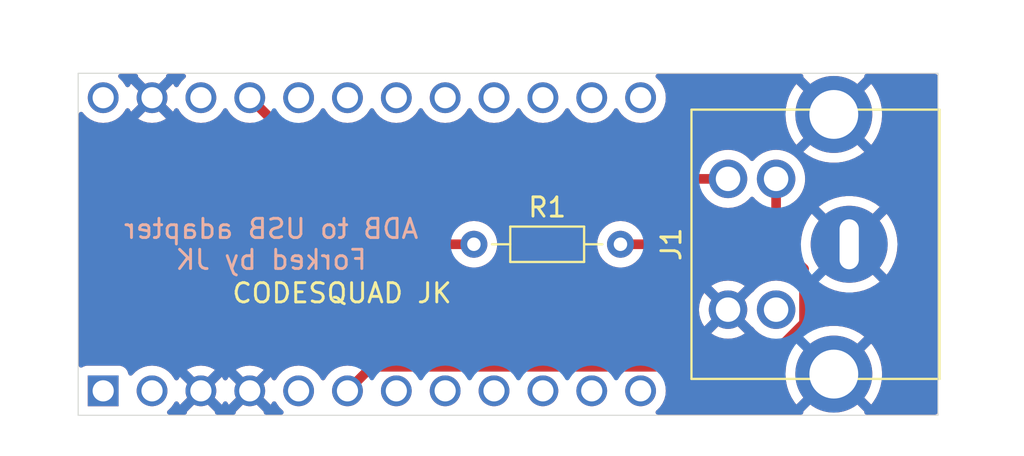
<source format=kicad_pcb>
(kicad_pcb (version 20240108) (generator "pcbnew") (generator_version "8.0")
  (layers (0 "F.Cu" signal) (31 "B.Cu" signal) (34 "B.Paste" user) (35 "F.Paste" user) (36 "B.SilkS" user "B.Silkscreen") (37 "F.SilkS" user "F.Silkscreen") (38 "B.Mask" user) (39 "F.Mask" user) (44 "Edge.Cuts" user))
  (net 0 "")
  (net 1 "GND")
  (net 2 "VCC")
  (net 3 "Net-(J1-Pad4)")
  (net 4 "/ADB")
  (net 5 "Net-(U1-Pad24)")
  (net 6 "Net-(U1-Pad22)")
  (net 7 "Net-(U1-Pad20)")
  (net 8 "Net-(U1-Pad19)")
  (net 9 "Net-(U1-Pad18)")
  (net 10 "Net-(U1-Pad17)")
  (net 11 "Net-(U1-Pad16)")
  (net 12 "Net-(U1-Pad15)")
  (net 13 "Net-(U1-Pad14)")
  (net 14 "Net-(U1-Pad13)")
  (net 15 "Net-(U1-Pad12)")
  (net 16 "Net-(U1-Pad11)")
  (net 17 "Net-(U1-Pad10)")
  (net 18 "Net-(U1-Pad9)")
  (net 19 "Net-(U1-Pad8)")
  (net 20 "Net-(U1-Pad7)")
  (net 21 "Net-(U1-Pad5)")
  (net 22 "Net-(U1-Pad2)")
  (net 23 "Net-(U1-Pad1)")
  (footprint "kicad-footprints-perso:adb_connector" (layer "F.Cu") (at 144 0 -90)
    (property "Reference" "J1" (at 0 7.5 90) (layer "F.SilkS"))
    (property "Value" "Conn_01x05_Female")
    (fp_line (start -7 6.45) (end -7 -6.45) (stroke (width 0.12)) (layer "F.SilkS"))
    (fp_line (start 7 6.45) (end -7 6.45) (stroke (width 0.12)) (layer "F.SilkS"))
    (fp_line (start -7 -6.45) (end 7 -6.45) (stroke (width 0.12)) (layer "F.SilkS"))
    (fp_line (start 7 -6.45) (end 7 6.45) (stroke (width 0.12)) (layer "F.SilkS"))
    (pad "1" thru_hole circle (at -6.75 -0.95 270) (size 4 4) (drill 2.54) (layers "*.Cu" "*.Mask") (net 1 "GND"))
    (pad "1" thru_hole circle (at 0 -1.75 270) (size 4 4) (drill oval 2.6 1) (layers "*.Cu" "*.Mask") (net 1 "GND"))
    (pad "1" thru_hole circle (at 6.75 -0.95 270) (size 4 4) (drill 2.54) (layers "*.Cu" "*.Mask") (net 1 "GND"))
    (pad "2" thru_hole circle (at -3.4 2.05 270) (size 2 2) (drill 1.27) (layers "*.Cu" "*.Mask") (net 4 "/ADB"))
    (pad "3" thru_hole circle (at -3.4 4.55 270) (size 2 2) (drill 1.27) (layers "*.Cu" "*.Mask") (net 2 "VCC"))
    (pad "4" thru_hole circle (at 3.4 2.05 270) (size 2 2) (drill 1.27) (layers "*.Cu" "*.Mask") (net 3 "Net-(J1-Pad4)"))
    (pad "5" thru_hole circle (at 3.4 4.55 270) (size 2 2) (drill 1.27) (layers "*.Cu" "*.Mask") (net 1 "GND"))
  )
  (footprint "Resistor_THT:R_Axial_DIN0204_L3.6mm_D1.6mm_P7.62mm_Horizontal" (layer "F.Cu") (at 126.238 0)
    (property "Reference" "R1" (at 3.81 -1.92 0) (layer "F.SilkS"))
    (property "Value" "R")
    (fp_line (start 0.94 0) (end 1.89 0) (stroke (width 0.12)) (layer "F.SilkS"))
    (fp_line (start 1.89 -0.92) (end 1.89 0.92) (stroke (width 0.12)) (layer "F.SilkS"))
    (fp_line (start 1.89 0.92) (end 5.73 0.92) (stroke (width 0.12)) (layer "F.SilkS"))
    (fp_line (start 5.73 -0.92) (end 1.89 -0.92) (stroke (width 0.12)) (layer "F.SilkS"))
    (fp_line (start 5.73 0.92) (end 5.73 -0.92) (stroke (width 0.12)) (layer "F.SilkS"))
    (fp_line (start 6.68 0) (end 5.73 0) (stroke (width 0.12)) (layer "F.SilkS"))
    (pad "1" thru_hole circle (at 0 0) (size 1.4 1.4) (drill 0.7) (layers "*.Cu" "*.Mask") (net 2 "VCC"))
    (pad "2" thru_hole oval (at 7.62 0) (size 1.4 1.4) (drill 0.7) (layers "*.Cu" "*.Mask") (net 4 "/ADB"))
  )
  (footprint "promicro:ProMicro-NoSilk" (layer "F.Cu") (at 120.935001 0)
    (property "Reference" "U1" (hide yes))
    (property "Value" "ProMicro")
    (pad "1" thru_hole rect (at -13.97 7.62) (size 1.6 1.6) (drill 1.1) (layers "*.Cu" "*.Mask") (net 23 "Net-(U1-Pad1)"))
    (pad "2" thru_hole circle (at -11.43 7.62) (size 1.6 1.6) (drill 1.1) (layers "*.Cu" "*.Mask") (net 22 "Net-(U1-Pad2)"))
    (pad "3" thru_hole circle (at -8.89 7.62) (size 1.6 1.6) (drill 1.1) (layers "*.Cu" "*.Mask") (net 1 "GND"))
    (pad "4" thru_hole circle (at -6.35 7.62) (size 1.6 1.6) (drill 1.1) (layers "*.Cu" "*.Mask") (net 1 "GND"))
    (pad "5" thru_hole circle (at -3.81 7.62) (size 1.6 1.6) (drill 1.1) (layers "*.Cu" "*.Mask") (net 21 "Net-(U1-Pad5)"))
    (pad "6" thru_hole circle (at -1.27 7.62) (size 1.6 1.6) (drill 1.1) (layers "*.Cu" "*.Mask") (net 4 "/ADB"))
    (pad "7" thru_hole circle (at 1.27 7.62) (size 1.6 1.6) (drill 1.1) (layers "*.Cu" "*.Mask") (net 20 "Net-(U1-Pad7)"))
    (pad "8" thru_hole circle (at 3.81 7.62) (size 1.6 1.6) (drill 1.1) (layers "*.Cu" "*.Mask") (net 19 "Net-(U1-Pad8)"))
    (pad "9" thru_hole circle (at 6.35 7.62) (size 1.6 1.6) (drill 1.1) (layers "*.Cu" "*.Mask") (net 18 "Net-(U1-Pad9)"))
    (pad "10" thru_hole circle (at 8.89 7.62) (size 1.6 1.6) (drill 1.1) (layers "*.Cu" "*.Mask") (net 17 "Net-(U1-Pad10)"))
    (pad "11" thru_hole circle (at 11.43 7.62) (size 1.6 1.6) (drill 1.1) (layers "*.Cu" "*.Mask") (net 16 "Net-(U1-Pad11)"))
    (pad "12" thru_hole circle (at 13.97 7.62) (size 1.6 1.6) (drill 1.1) (layers "*.Cu" "*.Mask") (net 15 "Net-(U1-Pad12)"))
    (pad "13" thru_hole circle (at 13.97 -7.62) (size 1.6 1.6) (drill 1.1) (layers "*.Cu" "*.Mask") (net 14 "Net-(U1-Pad13)"))
    (pad "14" thru_hole circle (at 11.43 -7.62) (size 1.6 1.6) (drill 1.1) (layers "*.Cu" "*.Mask") (net 13 "Net-(U1-Pad14)"))
    (pad "15" thru_hole circle (at 8.89 -7.62) (size 1.6 1.6) (drill 1.1) (layers "*.Cu" "*.Mask") (net 12 "Net-(U1-Pad15)"))
    (pad "16" thru_hole circle (at 6.35 -7.62) (size 1.6 1.6) (drill 1.1) (layers "*.Cu" "*.Mask") (net 11 "Net-(U1-Pad16)"))
    (pad "17" thru_hole circle (at 3.81 -7.62) (size 1.6 1.6) (drill 1.1) (layers "*.Cu" "*.Mask") (net 10 "Net-(U1-Pad17)"))
    (pad "18" thru_hole circle (at 1.27 -7.62) (size 1.6 1.6) (drill 1.1) (layers "*.Cu" "*.Mask") (net 9 "Net-(U1-Pad18)"))
    (pad "19" thru_hole circle (at -1.27 -7.62) (size 1.6 1.6) (drill 1.1) (layers "*.Cu" "*.Mask") (net 8 "Net-(U1-Pad19)"))
    (pad "20" thru_hole circle (at -3.81 -7.62) (size 1.6 1.6) (drill 1.1) (layers "*.Cu" "*.Mask") (net 7 "Net-(U1-Pad20)"))
    (pad "21" thru_hole circle (at -6.35 -7.62) (size 1.6 1.6) (drill 1.1) (layers "*.Cu" "*.Mask") (net 2 "VCC"))
    (pad "22" thru_hole circle (at -8.89 -7.62) (size 1.6 1.6) (drill 1.1) (layers "*.Cu" "*.Mask") (net 6 "Net-(U1-Pad22)"))
    (pad "23" thru_hole circle (at -11.43 -7.62) (size 1.6 1.6) (drill 1.1) (layers "*.Cu" "*.Mask") (net 1 "GND"))
    (pad "24" thru_hole circle (at -13.97 -7.62) (size 1.6 1.6) (drill 1.1) (layers "*.Cu" "*.Mask") (net 5 "Net-(U1-Pad24)"))
  )
  (gr_line (start 105.664 8.89) (end 105.664 -8.89) (stroke (width 0.05)) (layer "Edge.Cuts"))
  (gr_line (start 105.664 -8.89) (end 150.368 -8.89) (stroke (width 0.05)) (layer "Edge.Cuts"))
  (gr_line (start 150.368 8.89) (end 105.664 8.89) (stroke (width 0.05)) (layer "Edge.Cuts"))
  (gr_line (start 150.368 -8.89) (end 150.368 8.89) (stroke (width 0.05)) (layer "Edge.Cuts"))
  (gr_text "ADB to USB adapter\nForked by JK" (at 115.697 0 0) (layer "B.SilkS") (effects (font (size 1 1)) (justify mirror)))
  (gr_text "CODESQUAD JK" (at 119.38 2.54 0) (layer "F.SilkS") (effects (font (size 1 1))))
  (segment (start 122.205001 0) (end 126.238 0) (width 0.5) (layer "F.Cu") (net 2))
  (segment (start 114.585001 -7.62) (end 122.205001 0) (width 0.5) (layer "F.Cu") (net 2))
  (segment (start 139.45 -3.4) (end 118.805001 -3.4) (width 0.5) (layer "F.Cu") (net 2))
  (segment (start 118.805001 -3.4) (end 114.585001 -7.62) (width 0.5) (layer "F.Cu") (net 2))
  (segment (start 120.915002 6.369999) (end 119.665001 7.62) (width 0.5) (layer "F.Cu") (net 4))
  (segment (start 133.858 0) (end 141.776002 0) (width 0.5) (layer "F.Cu") (net 4))
  (segment (start 141.95 -0.173998) (end 143.400001 1.276003) (width 0.5) (layer "F.Cu") (net 4))
  (segment (start 141.776002 0) (end 141.95 -0.173998) (width 0.5) (layer "F.Cu") (net 4))
  (segment (start 141.126003 6.369999) (end 120.915002 6.369999) (width 0.5) (layer "F.Cu") (net 4))
  (segment (start 141.95 -3.4) (end 141.95 -0.173998) (width 0.5) (layer "F.Cu") (net 4))
  (segment (start 143.400001 4.096001) (end 141.126003 6.369999) (width 0.5) (layer "F.Cu") (net 4))
  (segment (start 143.400001 1.276003) (end 143.400001 4.096001) (width 0.5) (layer "F.Cu") (net 4))
  (zone (net 1) (net_name "GND") (layer "F.Cu") (connect_pads (clearance 0.508)) (min_thickness 0.254) (fill yes (thermal_gap 0.508) (thermal_bridge_width 0.508))
    (polygon (pts (xy 152.4 10.16) (xy 101.6 10.16) (xy 101.6 -12.7) (xy 152.4 -12.7)))
  )
  (zone (net 1) (net_name "GND") (layer "B.Cu") (connect_pads (clearance 0.508)) (min_thickness 0.254) (fill yes (thermal_gap 0.508) (thermal_bridge_width 0.508))
    (polygon (pts (xy 152.4 10.16) (xy 101.6 10.16) (xy 101.6 -12.7) (xy 152.4 -12.7)))
  )
)
</source>
